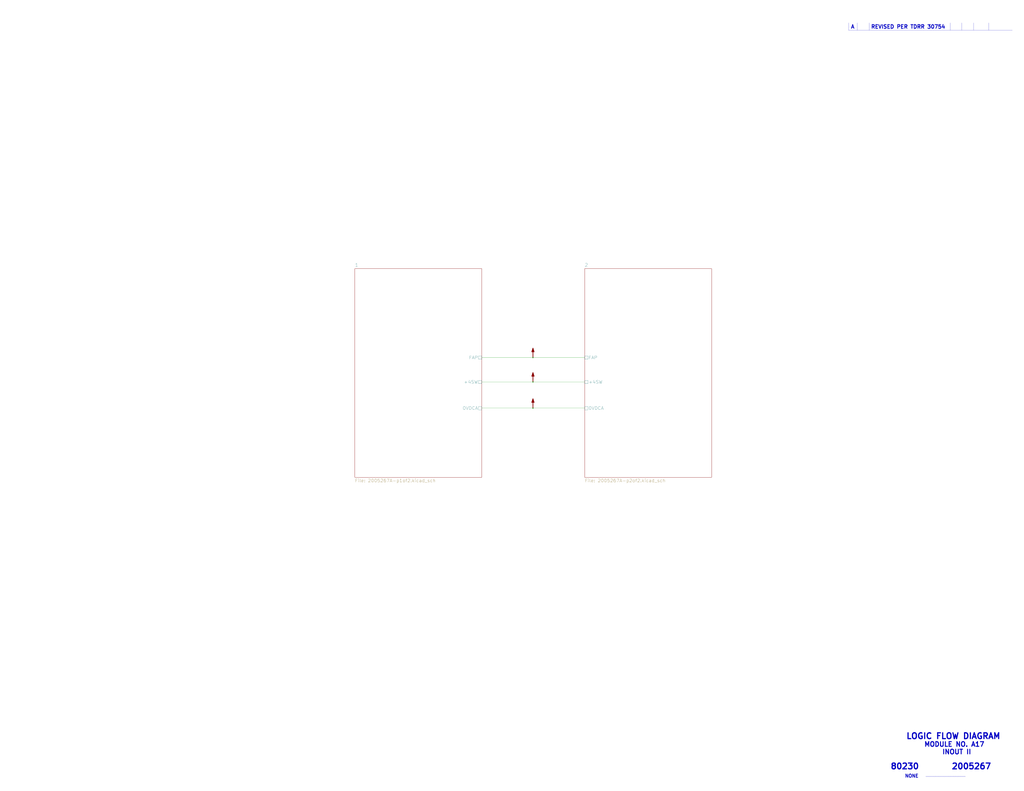
<source format=kicad_sch>
(kicad_sch (version 20211123) (generator eeschema)
  (paper "E")
  (lib_symbols
    (symbol "AGC_DSKY:PWR_FLAG" (power) (pin_numbers hide) (pin_names (offset 0) hide)
      (symbol "PWR_FLAG_0_0"
        (pin power_out line (at 0 0 90) (length 0) (name "pwr") (number "1"))
      )
      (symbol "PWR_FLAG_0_1"
        (polyline (pts (xy 0 0) (xy 0 10.16)) (stroke (width 0.762)))
        (polyline (pts (xy 0 10.16) (xy -1.27 6.35) (xy 1.27 6.35) (xy 0 10.16)) (stroke (width 0.762)) (fill (type outline)))
      )
    )
  )
  (junction (at 581.66 445.77))
  (junction (at 581.66 390.525))
  (junction (at 581.66 417.195))
  (wire (pts (xy 581.66 445.77) (xy 638.175 445.77)))
  (wire (pts (xy 525.78 445.77) (xy 581.66 445.77)))
  (polyline (pts (xy 948.69 24.9428) (xy 948.69 32.9946)) (stroke (width 0.1524) (type solid)))
  (polyline (pts (xy 1078.992 24.9682) (xy 1078.992 33.02)) (stroke (width 0.1524) (type solid)))
  (polyline (pts (xy 1062.5074 24.9682) (xy 1062.5074 33.02)) (stroke (width 0.1524) (type solid)))
  (polyline (pts (xy 926.1094 24.9682) (xy 926.1094 33.02)) (stroke (width 0.1524) (type solid)))
  (wire (pts (xy 581.66 390.525) (xy 638.175 390.525)))
  (polyline (pts (xy 926.1094 33.02) (xy 1104.9 33.02)) (stroke (width 0.1524) (type solid)))
  (wire (pts (xy 525.78 417.195) (xy 581.66 417.195)))
  (polyline (pts (xy 935.7106 24.9682) (xy 935.7106 33.02)) (stroke (width 0.1524) (type solid)))
  (polyline (pts (xy 1037.1074 24.9682) (xy 1037.1074 33.02)) (stroke (width 0.1524) (type solid)))
  (polyline (pts (xy 1049.8074 24.9682) (xy 1049.8074 33.02)) (stroke (width 0.1524) (type solid)))
  (wire (pts (xy 581.66 417.195) (xy 638.175 417.195)))
  (wire (pts (xy 525.78 390.525) (xy 581.66 390.525)))
  (text "INOUT II" (at 1028.065 824.23 0) (effects (font (size 5.08 5.08) (thickness 1.016) bold) (justify left bottom)))
  (text "80230" (at 971.55 840.74 0) (effects (font (size 6.35 6.35) (thickness 1.27) bold) (justify left bottom)))
  (text "A      REVISED PER TDRR 30754" (at 928.37 31.75 0) (effects (font (size 4.064 4.064) (thickness 0.8128) bold) (justify left bottom)))
  (text "NONE" (at 987.425 849.63 0) (effects (font (size 3.556 3.556) (thickness 0.7112) bold) (justify left bottom)))
  (text "2005267" (at 1038.225 840.74 0) (effects (font (size 6.35 6.35) (thickness 1.27) bold) (justify left bottom)))
  (text "________________" (at 1010.285 848.36 0) (effects (font (size 3.556 3.556)) (justify left bottom)))
  (text "MODULE NO. A17" (at 1008.38 815.975 0) (effects (font (size 5.08 5.08) (thickness 1.016) bold) (justify left bottom)))
  (text "LOGIC FLOW DIAGRAM" (at 988.695 807.72 0) (effects (font (size 6.35 6.35) (thickness 1.27) bold) (justify left bottom)))
  (symbol (lib_id "AGC_DSKY:PWR_FLAG") (at 581.66 445.77 0) (unit 1)
    (property "Reference" "#FLG0103" (effects hide))
    (property "Value" "PWR_FLAG" (effects hide))
  )
  (symbol (lib_id "AGC_DSKY:PWR_FLAG") (at 581.66 417.195 0) (unit 1)
    (property "Reference" "#FLG0102" (effects hide))
    (property "Value" "PWR_FLAG" (effects hide))
  )
  (symbol (lib_id "AGC_DSKY:PWR_FLAG") (at 581.66 390.525 0) (unit 1)
    (property "Reference" "#FLG0101" (effects hide))
    (property "Value" "PWR_FLAG" (effects hide))
  )
  (sheet (at 387.35 293.37) (size 138.43 227.965)
    (property "Sheet name" "1" (at 387.35 291.5154 0) (effects (font (size 3.556 3.556)) (justify left bottom)))
    (property "Sheet file" "2005267A-p1of2.kicad_sch" (at 387.35 522.834 0) (effects (font (size 3.556 3.556)) (justify left top)))
    (pin "0VDCA" passive (at 525.78 445.77 0) (effects (font (size 3.556 3.556))))
    (pin "+4SW" passive (at 525.78 417.195 0) (effects (font (size 3.556 3.556))))
    (pin "FAP" passive (at 525.78 390.525 0) (effects (font (size 3.556 3.556))))
  )
  (sheet (at 638.175 293.37) (size 138.43 227.965)
    (property "Sheet name" "2" (at 638.175 291.5154 0) (effects (font (size 3.556 3.556)) (justify left bottom)))
    (property "Sheet file" "2005267A-p2of2.kicad_sch" (at 638.175 522.834 0) (effects (font (size 3.556 3.556)) (justify left top)))
    (pin "0VDCA" passive (at 638.175 445.77 180) (effects (font (size 3.556 3.556))))
    (pin "+4SW" passive (at 638.175 417.195 180) (effects (font (size 3.556 3.556))))
    (pin "FAP" passive (at 638.175 390.525 180) (effects (font (size 3.556 3.556))))
  )
)
</source>
